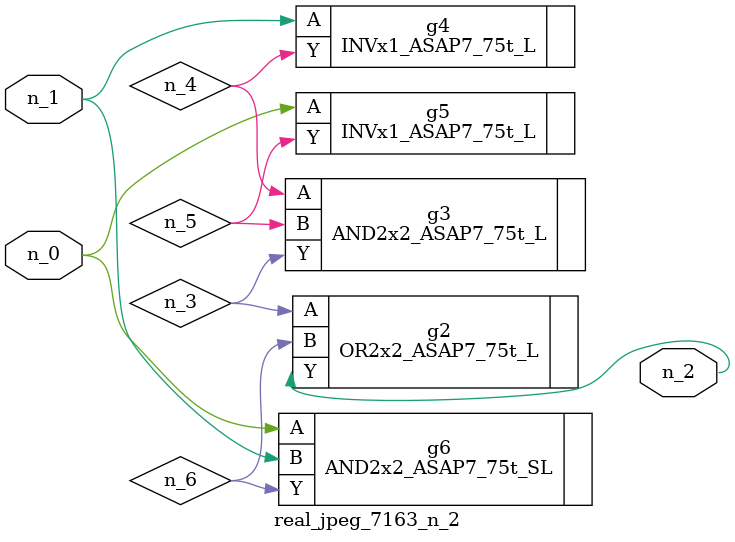
<source format=v>
module real_jpeg_7163_n_2 (n_1, n_0, n_2);

input n_1;
input n_0;

output n_2;

wire n_5;
wire n_4;
wire n_6;
wire n_3;

INVx1_ASAP7_75t_L g5 ( 
.A(n_0),
.Y(n_5)
);

AND2x2_ASAP7_75t_SL g6 ( 
.A(n_0),
.B(n_1),
.Y(n_6)
);

INVx1_ASAP7_75t_L g4 ( 
.A(n_1),
.Y(n_4)
);

OR2x2_ASAP7_75t_L g2 ( 
.A(n_3),
.B(n_6),
.Y(n_2)
);

AND2x2_ASAP7_75t_L g3 ( 
.A(n_4),
.B(n_5),
.Y(n_3)
);


endmodule
</source>
